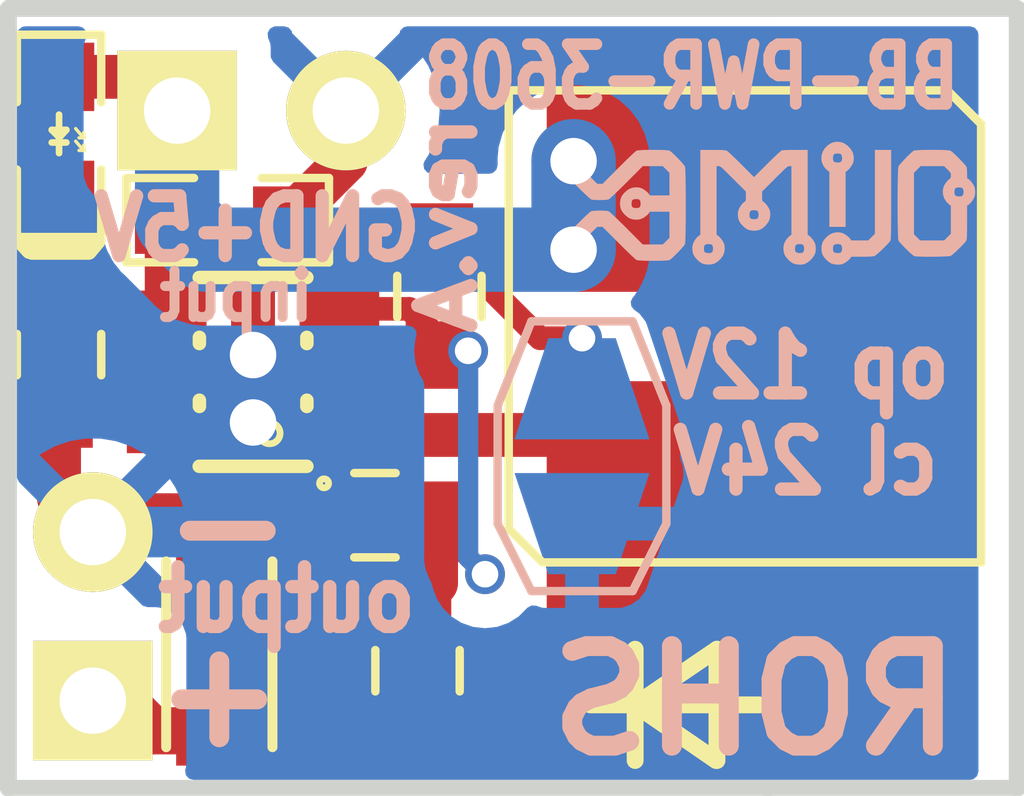
<source format=kicad_pcb>
(kicad_pcb (version 20221018) (generator pcbnew)
  (layers (0 "F.Cu" signal) (31 "B.Cu" signal) (34 "B.Paste" user) (35 "F.Paste" user) (36 "B.SilkS" user "B.Silkscreen") (37 "F.SilkS" user "F.Silkscreen") (38 "B.Mask" user) (39 "F.Mask" user) (44 "Edge.Cuts" user))
  (net 0 "")
  (net 1 "Net-(C1-Pad1)")
  (net 2 "GND")
  (net 3 "Net-(D1-Pad1)")
  (net 4 "Net-(C3-Pad1)")
  (net 5 "Net-(D2-Pad2)")
  (net 6 "Net-(JP1-Pad1)")
  (net 7 "Net-(R1-Pad2)")
  (net 8 "Net-(U1-Pad6)")
  (footprint "kicad_wrk:C_0603" (layer "F.Cu") (at 27.813 27.94)
    (fp_text reference "C1" hide)
    (fp_text value "22uF/6.3V" hide)
    (fp_line (start -1.524 -0.635) (end -1.524 0.635) (stroke (width 0.127)) (layer "F.SilkS"))
    (fp_line (start -1.524 -0.635) (end -0.508 -0.635) (stroke (width 0.127)) (layer "F.SilkS"))
    (fp_line (start -1.524 0.635) (end -0.508 0.635) (stroke (width 0.127)) (layer "F.SilkS"))
    (fp_line (start 0.508 -0.635) (end 1.524 -0.635) (stroke (width 0.127)) (layer "F.SilkS"))
    (fp_line (start 1.524 -0.635) (end 1.524 0.635) (stroke (width 0.127)) (layer "F.SilkS"))
    (fp_line (start 1.524 0.635) (end 0.508 0.635) (stroke (width 0.127)) (layer "F.SilkS"))
    (pad "1" smd rect (at -0.889 0) (size 1.016 1.016) (layers "F.Cu" "F.Paste" "F.Mask") (net 1 "Net-(C1-Pad1)"))
    (pad "2" smd rect (at 0.889 0) (size 1.016 1.016) (layers "F.Cu" "F.Paste" "F.Mask") (net 2 "GND"))
  )
  (footprint "OLIMEX_RLC-FP:R_0805" (layer "F.Cu") (at 27.686 34.4805 180)
    (fp_text reference "C3" hide)
    (fp_text value "22uF/50V" hide)
    (fp_line (start -0.8 -1.4) (end -0.8 1.4) (stroke (width 0.15)) (layer "F.SilkS"))
    (fp_line (start 0.8 -1.4) (end 0.8 1.4) (stroke (width 0.15)) (layer "F.SilkS"))
    (pad "1" smd rect (at 0 -1.1525 180) (size 1.3 1.05) (layers "F.Cu" "F.Paste" "F.Mask") (net 4 "Net-(C3-Pad1)"))
    (pad "2" smd rect (at 0 1.1525 180) (size 1.3 1.05) (layers "F.Cu" "F.Paste" "F.Mask") (net 2 "GND"))
  )
  (footprint "OLIMEX_Jumpers-FP:HN1x2_Jumper" (layer "F.Cu") (at 28.321 26.289)
    (fp_text reference "P1" hide)
    (fp_text value "HN1x2" hide)
    (pad "1" thru_hole rect (at -1.27 0 90) (size 1.8 1.8) (drill 1) (layers "*.Cu" "*.Mask" "F.SilkS") (net 1 "Net-(C1-Pad1)"))
    (pad "2" thru_hole circle (at 1.27 0 90) (size 1.8 1.8) (drill 1) (layers "*.Cu" "*.Mask" "F.SilkS") (net 2 "GND"))
  )
  (footprint "OLIMEX_Jumpers-FP:HN1x2_Jumper" (layer "F.Cu") (at 25.781 33.909 90)
    (fp_text reference "P2" hide)
    (fp_text value "HN1x2" hide)
    (pad "1" thru_hole rect (at -1.27 0 180) (size 1.8 1.8) (drill 1) (layers "*.Cu" "*.Mask" "F.SilkS") (net 4 "Net-(C3-Pad1)"))
    (pad "2" thru_hole circle (at 1.27 0 180) (size 1.8 1.8) (drill 1) (layers "*.Cu" "*.Mask" "F.SilkS") (net 2 "GND"))
  )
  (footprint "OLIMEX_RLC-FP:R_0603_DWS" (layer "F.Cu") (at 30.6705 34.7345 90)
    (fp_text reference "R1" hide)
    (fp_text value "39K 1%" hide)
    (fp_line (start -0.3048 -0.635) (end 0.3175 -0.635) (stroke (width 0.127)) (layer "F.SilkS"))
    (fp_line (start -0.3048 0.635) (end 0.3175 0.635) (stroke (width 0.127)) (layer "F.SilkS"))
    (pad "1" smd rect (at -0.889 0 90) (size 1.016 1.016) (layers "F.Cu" "F.Paste" "F.Mask") (net 4 "Net-(C3-Pad1)") (clearance 0.0508))
    (pad "2" smd rect (at 0.889 0 90) (size 1.016 1.016) (layers "F.Cu" "F.Paste" "F.Mask") (net 7 "Net-(R1-Pad2)") (clearance 0.0508))
  )
  (footprint "OLIMEX_RLC-FP:R_0603_DWS" (layer "F.Cu") (at 30.0355 32.385 180)
    (fp_text reference "R2" hide)
    (fp_text value "1.05K 1%" hide)
    (fp_line (start -0.3048 -0.635) (end 0.3175 -0.635) (stroke (width 0.127)) (layer "F.SilkS"))
    (fp_line (start -0.3048 0.635) (end 0.3175 0.635) (stroke (width 0.127)) (layer "F.SilkS"))
    (pad "1" smd rect (at -0.889 0 180) (size 1.016 1.016) (layers "F.Cu" "F.Paste" "F.Mask") (net 7 "Net-(R1-Pad2)") (clearance 0.0508))
    (pad "2" smd rect (at 0.889 0 180) (size 1.016 1.016) (layers "F.Cu" "F.Paste" "F.Mask") (net 2 "GND") (clearance 0.0508))
  )
  (footprint "OLIMEX_LEDs-FP:LED_0603_KA" (layer "F.Cu") (at 25.273 26.67 -90)
    (fp_text reference "D1" hide)
    (fp_text value "LED_RED_0603" hide)
    (fp_line (start -1.524 -0.635) (end -1.524 0.635) (stroke (width 0.127)) (layer "F.SilkS"))
    (fp_line (start -1.524 -0.635) (end -0.508 -0.635) (stroke (width 0.127)) (layer "F.SilkS"))
    (fp_line (start -1.524 0.635) (end -0.508 0.635) (stroke (width 0.127)) (layer "F.SilkS"))
    (fp_line (start -0.32 0) (end 0.26 0) (stroke (width 0.1)) (layer "F.SilkS"))
    (fp_line (start -0.11 -0.25) (end 0.02 -0.36) (stroke (width 0.05)) (layer "F.SilkS"))
    (fp_line (start -0.09 -0.11) (end -0.09 0.11) (stroke (width 0.1)) (layer "F.SilkS"))
    (fp_line (start -0.09 -0.11) (end 0.02 -0.01) (stroke (width 0.1)) (layer "F.SilkS"))
    (fp_line (start -0.09 0.11) (end 0.01 0.01) (stroke (width 0.1)) (layer "F.SilkS"))
    (fp_line (start 0.03 -0.38) (end -0.05 -0.37) (stroke (width 0.05)) (layer "F.SilkS"))
    (fp_line (start 0.03 -0.38) (end 0.03 -0.3) (stroke (width 0.05)) (layer "F.SilkS"))
    (fp_line (start 0.08 -0.25) (end 0.21 -0.36) (stroke (width 0.05)) (layer "F.SilkS"))
    (fp_line (start 0.1 -0.11) (end 0.1 0.11) (stroke (width 0.1)) (layer "F.SilkS"))
    (fp_line (start 0.22 -0.38) (end 0.14 -0.37) (stroke (width 0.05)) (layer "F.SilkS"))
    (fp_line (start 0.22 -0.38) (end 0.22 -0.3) (stroke (width 0.05)) (layer "F.SilkS"))
    (fp_line (start 0.508 -0.635) (end 1.524 -0.635) (stroke (width 0.127)) (layer "F.SilkS"))
    (fp_line (start 1.524 -0.635) (end 1.524 0.635) (stroke (width 0.127)) (layer "F.SilkS"))
    (fp_line (start 1.524 0.635) (end 0.508 0.635) (stroke (width 0.127)) (layer "F.SilkS"))
    (fp_line (start 1.5875 -0.5715) (end 1.7399 -0.4445) (stroke (width 0.254)) (layer "F.SilkS"))
    (fp_line (start 1.5875 0.5715) (end 1.7272 0.4445) (stroke (width 0.254)) (layer "F.SilkS"))
    (fp_line (start 1.6129 -0.4445) (end 1.6129 0.3556) (stroke (width 0.254)) (layer "F.SilkS"))
    (fp_line (start 1.7399 -0.4191) (end 1.7399 0.4064) (stroke (width 0.254)) (layer "F.SilkS"))
    (pad "1" smd rect (at 0.889 0 270) (size 1.03 1.06) (layers "F.Cu" "F.Paste" "F.Mask") (net 3 "Net-(D1-Pad1)"))
    (pad "2" smd rect (at -0.889 0 270) (size 1.03 1.06) (layers "F.Cu" "F.Paste" "F.Mask") (net 1 "Net-(C1-Pad1)"))
  )
  (footprint "OLIMEX_RLC-FP:R_0603_DWS" (layer "F.Cu") (at 25.273 29.972 90)
    (fp_text reference "R3" hide)
    (fp_text value "2.2K" hide)
    (fp_line (start -0.3048 -0.635) (end 0.3175 -0.635) (stroke (width 0.127)) (layer "F.SilkS"))
    (fp_line (start -0.3048 0.635) (end 0.3175 0.635) (stroke (width 0.127)) (layer "F.SilkS"))
    (pad "1" smd rect (at -0.889 0 90) (size 1.016 1.016) (layers "F.Cu" "F.Paste" "F.Mask") (net 2 "GND") (clearance 0.0508))
    (pad "2" smd rect (at 0.889 0 90) (size 1.016 1.016) (layers "F.Cu" "F.Paste" "F.Mask") (net 3 "Net-(D1-Pad1)") (clearance 0.0508))
  )
  (footprint "OLIMEX_Other-FP:via_09_07" (layer "F.Cu") (at 33.02 27.051 180)
    (fp_text reference "Ref**" hide)
    (fp_text value "Val**" hide)
    (pad "0" thru_hole circle (at 0 0 180) (size 0.8382 0.8382) (drill 0.7) (layers "*.Cu") (net 1 "Net-(C1-Pad1)"))
  )
  (footprint "OLIMEX_Other-FP:via_09_07" (layer "F.Cu") (at 33.02 28.321 180)
    (fp_text reference "Ref**" hide)
    (fp_text value "Val**" hide)
    (pad "0" thru_hole circle (at 0 -0.0635 180) (size 0.9 0.9) (drill 0.7) (layers "*.Cu") (net 1 "Net-(C1-Pad1)"))
  )
  (footprint "OLIMEX_Diodes-FP:SOD106-R-KA" (layer "F.Cu") (at 34.544 35.2425 180)
    (fp_text reference "D2" hide)
    (fp_text value "1N5819/SS14" hide)
    (fp_line (start -1.27 0) (end 1.27 0) (stroke (width 0.254)) (layer "F.SilkS"))
    (fp_line (start -0.635 -0.8382) (end -0.635 0.8382) (stroke (width 0.254)) (layer "F.SilkS"))
    (fp_line (start -0.6223 -0.8382) (end 0.5969 0) (stroke (width 0.254)) (layer "F.SilkS"))
    (fp_line (start 0.5969 -0.8382) (end 0.5969 0.8382) (stroke (width 0.254)) (layer "F.SilkS"))
    (fp_line (start 0.5969 0) (end -0.635 0.8382) (stroke (width 0.254)) (layer "F.SilkS"))
    (pad "1" smd rect (at 2.25 0.01016 180) (size 1.6 2.1) (layers "F.Cu" "F.Paste" "F.Mask") (net 4 "Net-(C3-Pad1)") (clearance 0.0508))
    (pad "2" smd rect (at -2.25 0.01524 180) (size 1.6 2.1) (layers "F.Cu" "F.Paste" "F.Mask") (net 5 "Net-(D2-Pad2)") (clearance 0.0508))
  )
  (footprint "OLIMEX_RLC-FP:SD75" (layer "F.Cu") (at 35.6 29.5402)
    (fp_text reference "L1" hide)
    (fp_text value "CL22uH/SD75")
    (fp_line (start -3.556 -3.556) (end -3.556 3.048) (stroke (width 0.127)) (layer "F.SilkS"))
    (fp_line (start -3.556 3.048) (end -3.048 3.556) (stroke (width 0.127)) (layer "F.SilkS"))
    (fp_line (start -3.048 3.556) (end 3.556 3.556) (stroke (width 0.127)) (layer "F.SilkS"))
    (fp_line (start 3.048 -3.556) (end -3.556 -3.556) (stroke (width 0.127)) (layer "F.SilkS"))
    (fp_line (start 3.556 -3.048) (end 3.048 -3.556) (stroke (width 0.127)) (layer "F.SilkS"))
    (fp_line (start 3.556 3.556) (end 3.556 -3.048) (stroke (width 0.127)) (layer "F.SilkS"))
    (pad "1" smd rect (at 0 -2.54) (size 5.969 3.556) (layers "F.Cu" "F.Paste" "F.Mask") (net 1 "Net-(C1-Pad1)"))
    (pad "2" smd rect (at 0 2.54) (size 5.969 3.429) (layers "F.Cu" "F.Paste" "F.Mask") (net 5 "Net-(D2-Pad2)"))
  )
  (footprint "OLIMEX_RLC-FP:R_0603_DWS" (layer "F.Cu") (at 31 29.083 -90)
    (fp_text reference "R4" hide)
    (fp_text value "1K 1%" hide)
    (fp_line (start -0.3048 -0.635) (end 0.3175 -0.635) (stroke (width 0.127)) (layer "F.SilkS"))
    (fp_line (start -0.3048 0.635) (end 0.3175 0.635) (stroke (width 0.127)) (layer "F.SilkS"))
    (pad "1" smd rect (at -0.889 0 270) (size 1.016 1.016) (layers "F.Cu" "F.Paste" "F.Mask") (net 6 "Net-(JP1-Pad1)") (clearance 0.0508))
    (pad "2" smd rect (at 0.889 0 270) (size 1.016 1.016) (layers "F.Cu" "F.Paste" "F.Mask") (net 7 "Net-(R1-Pad2)") (clearance 0.0508))
  )
  (footprint "OLIMEX_IC-FP:SOT23-6" (layer "F.Cu") (at 28.194 30.226)
    (fp_text reference "U1" hide)
    (fp_text value "MT3608" hide)
    (fp_line (start -0.81026 -1.4224) (end 0.81026 -1.4224) (stroke (width 0.2032)) (layer "F.SilkS"))
    (fp_line (start -0.80772 -0.5207) (end -0.80772 -0.42672) (stroke (width 0.2032)) (layer "F.SilkS"))
    (fp_line (start -0.80772 0.42672) (end -0.80772 0.5207) (stroke (width 0.2032)) (layer "F.SilkS"))
    (fp_line (start 0.81026 -0.5207) (end 0.81026 -0.42672) (stroke (width 0.2032)) (layer "F.SilkS"))
    (fp_line (start 0.81026 0.42672) (end 0.81026 0.5207) (stroke (width 0.2032)) (layer "F.SilkS"))
    (fp_line (start 0.81026 1.4224) (end -0.81026 1.4224) (stroke (width 0.2032)) (layer "F.SilkS"))
    (fp_circle (center 0.24892 0.92456) (end 0.36068 1.03632) (stroke (width 0.1016)) (fill none) (layer "F.SilkS"))
    (fp_circle (center 1.06934 1.67894) (end 1.1176 1.7272) (stroke (width 0.1016)) (fill none) (layer "F.SilkS"))
    (pad "1" smd rect (at 1.3 0.95 90) (size 0.55 1.2) (layers "F.Cu" "F.Paste" "F.Mask") (net 5 "Net-(D2-Pad2)") (clearance 0.0508))
    (pad "2" smd rect (at 1.3 0 90) (size 0.55 1.2) (layers "F.Cu" "F.Paste" "F.Mask") (net 2 "GND") (clearance 0.0508))
    (pad "3" smd rect (at 1.3 -0.95 90) (size 0.55 1.2) (layers "F.Cu" "F.Paste" "F.Mask") (net 7 "Net-(R1-Pad2)") (clearance 0.0508))
    (pad "4" smd rect (at -1.3 -0.95 90) (size 0.55 1.2) (layers "F.Cu" "F.Paste" "F.Mask") (net 1 "Net-(C1-Pad1)") (clearance 0.0508))
    (pad "5" smd rect (at -1.3 0 90) (size 0.55 1.2) (layers "F.Cu" "F.Paste" "F.Mask") (net 1 "Net-(C1-Pad1)") (clearance 0.0508))
    (pad "6" smd rect (at -1.3 0.95 90) (size 0.55 1.2) (layers "F.Cu" "F.Paste" "F.Mask") (net 8 "Net-(U1-Pad6)") (clearance 0.0508))
  )
  (footprint "OLIMEX_Other-FP:via_09_07" (layer "F.Cu") (at 28.194 29.972)
    (fp_text reference "Ref**" hide)
    (fp_text value "Val**" hide)
    (pad "0" thru_hole circle (at 0 0) (size 0.9 0.9) (drill 0.7) (layers "*.Cu") (net 2 "GND"))
  )
  (footprint "OLIMEX_Other-FP:via_09_07" (layer "F.Cu") (at 28.194 30.988)
    (fp_text reference "Ref**" hide)
    (fp_text value "Val**" hide)
    (pad "0" thru_hole circle (at 0 0) (size 0.9 0.9) (drill 0.7) (layers "*.Cu") (net 2 "GND"))
  )
  (footprint "OLIMEX_LOGOs-FP:LOGO_OLIMEX_80" (layer "B.Cu") (at 35.8775 27.686 180)
    (fp_text reference "" hide)
    (fp_text value "" hide)
    (fp_poly (pts (xy -0.877027 0.677084) (xy -0.884353 0.623998) (xy -0.90512 0.572934) (xy -0.923467 0.545138) (xy -0.943238 0.522204) (xy -0.964684 0.501389) (xy -0.972909 0.494705) (xy -0.9978 0.47625) (xy -0.99801 0.062865) (xy -0.99822 -0.35052) (xy -1.04394 -0.35052) (xy -1.04394 0.68199) (xy -1.047007 0.716185) (xy -1.057575 0.738242) (xy -1.077698 0.750257) (xy -1.109429 0.754325) (xy -1.114874 0.75438) (xy -1.140529 0.752605) (xy -1.161358 0.748072) (xy -1.168632 0.744651) (xy -1.181853 0.726655) (xy -1.188833 0.700109) (xy -1.189563 0.670333) (xy -1.184032 0.64265) (xy -1.172232 0.622383) (xy -1.168862 0.619497) (xy -1.148757 0.611714) (xy -1.121251 0.609164) (xy -1.09248 0.611551) (xy -1.06858 0.618574) (xy -1.05918 0.62484) (xy -1.049325 0.639524) (xy -1.044725 0.660981) (xy -1.04394 0.68199) (xy -1.04394 -0.35052) (xy -1.11633 -0.35052) (xy -1.23444 -0.35052) (xy -1.234462 0.062865) (xy -1.234484 0.47625) (xy -1.257799 0.49149) (xy -1.280587 0.511148) (xy -1.305268 0.539897) (xy -1.32799 0.572712) (xy -1.344904 0.604568) (xy -1.345451 0.605862) (xy -1.355908 0.647135) (xy -1.357114 0.694301) (xy -1.34936 0.741375) (xy -1.337265 0.774204) (xy -1.306381 0.82234) (xy -1.264933 0.865293) (xy -1.217559 0.898391) (xy -1.210243 0.902209) (xy -1.160723 0.918858) (xy -1.107247 0.923004) (xy -1.054573 0.914645) (xy -1.022417 0.902209) (xy -0.970933 0.869287) (xy -0.930093 0.828295) (xy -0.900456 0.781252) (xy -0.882581 0.730175) (xy -0.877027 0.677084)) (stroke (width 0.009)) (fill solid) (layer "B.SilkS"))
    (fp_poly (pts (xy -0.879158 -0.672094) (xy -0.881346 -0.720273) (xy -0.891306 -0.763558) (xy -0.897255 -0.777742) (xy -0.920793 -0.814381) (xy -0.953539 -0.850932) (xy -0.99044 -0.88235) (xy -1.020578 -0.9009) (xy -1.04394 -0.90874) (xy -1.04394 -0.68199) (xy -1.047007 -0.647795) (xy -1.057575 -0.625738) (xy -1.077698 -0.613723) (xy -1.109429 -0.609655) (xy -1.114874 -0.6096) (xy -1.140529 -0.611375) (xy -1.161358 -0.615908) (xy -1.168632 -0.619329) (xy -1.181853 -0.637325) (xy -1.188833 -0.663871) (xy -1.189563 -0.693647) (xy -1.184032 -0.72133) (xy -1.172232 -0.741597) (xy -1.168862 -0.744483) (xy -1.148757 -0.752266) (xy -1.121251 -0.754816) (xy -1.09248 -0.752429) (xy -1.06858 -0.745406) (xy -1.05918 -0.73914) (xy -1.049325 -0.724456) (xy -1.044725 -0.702999) (xy -1.04394 -0.68199) (xy -1.04394 -0.90874) (xy -1.056554 -0.912973) (xy -1.099649 -0.919359) (xy -1.143567 -0.9197) (xy -1.18201 -0.913637) (xy -1.19127 -0.910617) (xy -1.222768 -0.895013) (xy -1.255897 -0.872825) (xy -1.28544 -0.847987) (xy -1.306183 -0.824432) (xy -1.30683 -0.823459) (xy -1.32207 -0.800144) (xy -1.48424 -0.800122) (xy -1.543508 -0.799844) (xy -1.589414 -0.798956) (xy -1.623824 -0.797349) (xy -1.648609 -0.794914) (xy -1.665637 -0.791544) (xy -1.672555 -0.789176) (xy -1.687884 -0.77954) (xy -1.711138 -0.760971) (xy -1.740051 -0.73567) (xy -1.772357 -0.70584) (xy -1.805792 -0.673686) (xy -1.83809 -0.641409) (xy -1.866985 -0.611213) (xy -1.890212 -0.5853) (xy -1.905505 -0.565874) (xy -1.909864 -0.55841) (xy -1.911727 -0.551664) (xy -1.913363 -0.540195) (xy -1.914787 -0.523117) (xy -1.916012 -0.499543) (xy -1.917049 -0.468586) (xy -1.917914 -0.429358) (xy -1.918619 -0.380974) (xy -1.919178 -0.322546) (xy -1.919603 -0.253186) (xy -1.919909 -0.172009) (xy -1.920108 -0.078128) (xy -1.920213 0.029346) (xy -1.92024 0.133105) (xy -1.92024 0.8001) (xy -1.80213 0.8001) (xy -1.68402 0.8001) (xy -1.68402 0.169341) (xy -1.68402 -0.461419) (xy -1.632394 -0.512649) (xy -1.580768 -0.56388) (xy -1.451419 -0.563858) (xy -1.32207 -0.563836) (xy -1.30683 -0.540521) (xy -1.287434 -0.518018) (xy -1.259043 -0.493525) (xy -1.226719 -0.470942) (xy -1.195523 -0.454166) (xy -1.193597 -0.453345) (xy -1.154747 -0.44349) (xy -1.109329 -0.441731) (xy -1.063493 -0.447766) (xy -1.023389 -0.461292) (xy -1.022417 -0.461771) (xy -0.977989 -0.490317) (xy -0.937499 -0.528143) (xy -0.905754 -0.570504) (xy -0.898008 -0.584683) (xy -0.88472 -0.624928) (xy -0.879158 -0.672094)) (stroke (width 0.009)) (fill solid) (layer "B.SilkS"))
    (fp_poly (pts (xy -2.025681 -0.010469) (xy -2.025804 -0.091315) (xy -2.026172 -0.170484) (xy -2.026785 -0.246439) (xy -2.027644 -0.317645) (xy -2.028749 -0.382565) (xy -2.0301 -0.439665) (xy -2.031699 -0.487407) (xy -2.033545 -0.524258) (xy -2.035639 -0.54868) (xy -2.037564 -0.55841) (xy -2.046923 -0.572554) (xy -2.065292 -0.594533) (xy -2.090489 -0.622183) (xy -2.120328 -0.653335) (xy -2.152626 -0.685824) (xy -2.185198 -0.717484) (xy -2.215862 -0.746148) (xy -2.242432 -0.76965) (xy -2.262726 -0.785824) (xy -2.26314 -0.786073) (xy -2.26314 -0.46907) (xy -2.26314 -0.004221) (xy -2.26314 0.460628) (xy -2.314371 0.512254) (xy -2.365601 0.56388) (xy -2.544684 0.56388) (xy -2.723768 0.56388) (xy -2.775394 0.512649) (xy -2.799286 0.488642) (xy -2.814364 0.471679) (xy -2.822656 0.458094) (xy -2.826188 0.44422) (xy -2.826988 0.426391) (xy -2.826998 0.419304) (xy -2.826183 0.394307) (xy -2.822334 0.379224) (xy -2.813293 0.368757) (xy -2.803661 0.36195) (xy -2.778993 0.340557) (xy -2.753557 0.309955) (xy -2.731257 0.275439) (xy -2.71648 0.243698) (xy -2.7056 0.190908) (xy -2.708404 0.136674) (xy -2.723955 0.083848) (xy -2.751316 0.035283) (xy -2.789551 -0.006166) (xy -2.801709 -0.015835) (xy -2.8266 -0.03429) (xy -2.82681 -0.247459) (xy -2.82702 -0.460627) (xy -2.775789 -0.512254) (xy -2.724559 -0.56388) (xy -2.541679 -0.56388) (xy -2.3588 -0.56388) (xy -2.31097 -0.516475) (xy -2.26314 -0.46907) (xy -2.26314 -0.786073) (xy -2.273161 -0.792102) (xy -2.28819 -0.794766) (xy -2.316033 -0.796904) (xy -2.354405 -0.798531) (xy -2.401022 -0.79966) (xy -2.4536 -0.800304) (xy -2.509856 -0.800478) (xy -2.567503 -0.800195) (xy -2.62426 -0.79947) (xy -2.67784 -0.798314) (xy -2.725961 -0.796743) (xy -2.766337 -0.79477) (xy -2.796686 -0.792409) (xy -2.814721 -0.789672) (xy -2.817252 -0.788842) (xy -2.832298 -0.779161) (xy -2.85525 -0.760578) (xy -2.87274 -0.745121) (xy -2.87274 0.17145) (xy -2.875807 0.205645) (xy -2.886375 0.227702) (xy -2.906498 0.239717) (xy -2.938229 0.243785) (xy -2.943674 0.24384) (xy -2.969329 0.242065) (xy -2.990158 0.237532) (xy -2.997432 0.234111) (xy -3.010653 0.216115) (xy -3.017633 0.189569) (xy -3.018363 0.159793) (xy -3.012832 0.13211) (xy -3.001032 0.111843) (xy -2.997662 0.108957) (xy -2.977557 0.101174) (xy -2.950051 0.098624) (xy -2.92128 0.101011) (xy -2.89738 0.108034) (xy -2.88798 0.1143) (xy -2.878125 0.128984) (xy -2.873525 0.150441) (xy -2.87274 0.17145) (xy -2.87274 -0.745121) (xy -2.883858 -0.735295) (xy -2.915873 -0.705509) (xy -2.949047 -0.673423) (xy -2.981128 -0.641234) (xy -3.009869 -0.611144) (xy -3.03302 -0.585352) (xy -3.048331 -0.566058) (xy -3.052864 -0.55841) (xy -3.055891 -0.547799) (xy -3.058313 -0.530833) (xy -3.060185 -0.506081) (xy -3.061561 -0.472113) (xy -3.062495 -0.427498) (xy -3.063042 -0.370806) (xy -3.063254 -0.300605) (xy -3.063262 -0.28409) (xy -3.063284 -0.03429) (xy -3.086599 -0.01905) (xy -3.109387 0.000608) (xy -3.134068 0.029357) (xy -3.15679 0.062172) (xy -3.173704 0.094028) (xy -3.174251 0.095322) (xy -3.182502 0.127227) (xy -3.185645 0.166704) (xy -3.183683 0.206965) (xy -3.176614 0.241225) (xy -3.174251 0.247578) (xy -3.15768 0.279277) (xy -3.135131 0.312155) (xy -3.110456 0.341187) (xy -3.087504 0.361348) (xy -3.086599 0.36195) (xy -3.063284 0.37719) (xy -3.063262 0.450989) (xy -3.062435 0.485581) (xy -3.060239 0.516613) (xy -3.057065 0.539411) (xy -3.055244 0.546239) (xy -3.046782 0.559575) (xy -3.029189 0.581051) (xy -3.004585 0.608527) (xy -2.975092 0.639868) (xy -2.942832 0.672933) (xy -2.909924 0.705586) (xy -2.878492 0.735688) (xy -2.850656 0.761101) (xy -2.828538 0.779687) (xy -2.814258 0.789308) (xy -2.81393 0.789455) (xy -2.798663 0.792683) (xy -2.77048 0.795387) (xy -2.731695 0.797566) (xy -2.684623 0.799218) (xy -2.631579 0.800344) (xy -2.574877 0.800941) (xy -2.516833 0.801009) (xy -2.45976 0.800546) (xy -2.405974 0.799552) (xy -2.35779 0.798024) (xy -2.317521 0.795962) (xy -2.287483 0.793365) (xy -2.269991 0.790232) (xy -2.26861 0.789724) (xy -2.253989 0.780108) (xy -2.231595 0.761237) (xy -2.203632 0.735376) (xy -2.172302 0.704789) (xy -2.139808 0.671743) (xy -2.108354 0.638502) (xy -2.080142 0.607333) (xy -2.057375 0.580501) (xy -2.042257 0.560271) (xy -2.037844 0.552415) (xy -2.035538 0.539256) (xy -2.033473 0.512417) (xy -2.03165 0.473435) (xy -2.030069 0.423844) (xy -2.028729 0.365181) (xy -2.027633 0.298981) (xy -2.026779 0.226781) (xy -2.026169 0.150115) (xy -2.025803 0.07052) (xy -2.025681 -0.010469)) (stroke (width 0.009)) (fill solid) (layer "B.SilkS"))
    (fp_poly (pts (xy 1.065057 -0.657021) (xy 1.064454 -0.705796) (xy 1.05517 -0.752946) (xy 1.045576 -0.777742) (xy 1.022415 -0.814127) (xy 0.989912 -0.850594) (xy 0.953084 -0.882112) (xy 0.922522 -0.901065) (xy 0.89916 -0.908681) (xy 0.89916 -0.68199) (xy 0.896093 -0.647795) (xy 0.885525 -0.625738) (xy 0.865402 -0.613723) (xy 0.833671 -0.609655) (xy 0.828226 -0.6096) (xy 0.802571 -0.611375) (xy 0.781742 -0.615908) (xy 0.774468 -0.619329) (xy 0.761247 -0.637325) (xy 0.754267 -0.663871) (xy 0.753537 -0.693647) (xy 0.759068 -0.72133) (xy 0.770868 -0.741597) (xy 0.774238 -0.744483) (xy 0.794343 -0.752266) (xy 0.821849 -0.754816) (xy 0.85062 -0.752429) (xy 0.87452 -0.745406) (xy 0.88392 -0.73914) (xy 0.893775 -0.724456) (xy 0.898375 -0.702999) (xy 0.89916 -0.68199) (xy 0.89916 -0.908681) (xy 0.882719 -0.914041) (xy 0.835735 -0.919235) (xy 0.787475 -0.916672) (xy 0.74385 -0.906373) (xy 0.729463 -0.900312) (xy 0.686301 -0.872247) (xy 0.646304 -0.833753) (xy 0.614119 -0.78957) (xy 0.605835 -0.774204) (xy 0.591288 -0.731365) (xy 0.585474 -0.683759) (xy 0.588683 -0.637372) (xy 0.597649 -0.605862) (xy 0.61422 -0.574163) (xy 0.636769 -0.541285) (xy 0.661444 -0.512253) (xy 0.684396 -0.492092) (xy 0.685301 -0.49149) (xy 0.708616 -0.47625) (xy 0.708638 0.043815) (xy 0.70866 0.56388) (xy 0.676219 0.56388) (xy 0.667486 0.563673) (xy 0.659286 0.562356) (xy 0.650402 0.558888) (xy 0.639618 0.552225) (xy 0.625714 0.541327) (xy 0.607476 0.52515) (xy 0.583683 0.502653) (xy 0.553121 0.472792) (xy 0.514571 0.434527) (xy 0.466816 0.386814) (xy 0.451429 0.37142) (xy 0.25908 0.17896) (xy 0.259102 0.106625) (xy 0.259267 0.073001) (xy 0.260354 0.051158) (xy 0.263283 0.037639) (xy 0.268977 0.028985) (xy 0.278356 0.021737) (xy 0.282439 0.01905) (xy 0.307862 -0.003062) (xy 0.333698 -0.034597) (xy 0.356162 -0.070331) (xy 0.370732 -0.10282) (xy 0.379257 -0.146481) (xy 0.378654 -0.195256) (xy 0.36937 -0.242406) (xy 0.359776 -0.267202) (xy 0.336615 -0.303587) (xy 0.304112 -0.340053) (xy 0.267284 -0.371572) (xy 0.236722 -0.390524) (xy 0.21336 -0.398141) (xy 0.21336 -0.17145) (xy 0.210293 -0.137255) (xy 0.199725 -0.115198) (xy 0.179602 -0.103183) (xy 0.147871 -0.099115) (xy 0.142426 -0.09906) (xy 0.116771 -0.100835) (xy 0.095942 -0.105368) (xy 0.088668 -0.108789) (xy 0.075447 -0.126785) (xy 0.068467 -0.153331) (xy 0.067737 -0.183107) (xy 0.073268 -0.21079) (xy 0.085068 -0.231057) (xy 0.088438 -0.233943) (xy 0.108543 -0.241726) (xy 0.136049 -0.244276) (xy 0.16482 -0.241889) (xy 0.18872 -0.234866) (xy 0.19812 -0.2286) (xy 0.207975 -0.213916) (xy 0.212575 -0.192459) (xy 0.21336 -0.17145) (xy 0.21336 -0.398141) (xy 0.196919 -0.403501) (xy 0.149935 -0.408695) (xy 0.101675 -0.406132) (xy 0.05805 -0.395833) (xy 0.043664 -0.389772) (xy 0.000501 -0.361707) (xy -0.039496 -0.323213) (xy -0.071681 -0.27903) (xy -0.079965 -0.263664) (xy -0.094512 -0.220825) (xy -0.100326 -0.173219) (xy -0.097117 -0.126832) (xy -0.088151 -0.095322) (xy -0.07158 -0.063623) (xy -0.049031 -0.030745) (xy -0.024356 -0.001713) (xy -0.001404 0.018448) (xy -0.000499 0.01905) (xy 0.010306 0.026595) (xy 0.01712 0.0344) (xy 0.020864 0.045922) (xy 0.02246 0.064621) (xy 0.022828 0.093954) (xy 0.022838 0.106625) (xy 0.02286 0.17896) (xy -0.169489 0.37142) (xy -0.220076 0.422001) (xy -0.261113 0.46284) (xy -0.293817 0.494978) (xy -0.319406 0.519457) (xy -0.339096 0.537321) (xy -0.354105 0.54961) (xy -0.36565 0.557368) (xy -0.374949 0.561636) (xy -0.383219 0.563457) (xy -0.391677 0.563873) (xy -0.394279 0.56388) (xy -0.42672 0.56388) (xy -0.426698 0.043815) (xy -0.426676 -0.47625) (xy -0.403361 -0.49149) (xy -0.377938 -0.513602) (xy -0.352102 -0.545137) (xy -0.329638 -0.580871) (xy -0.315068 -0.61336) (xy -0.306543 -0.657021) (xy -0.307146 -0.705796) (xy -0.31643 -0.752946) (xy -0.326024 -0.777742) (xy -0.349244 -0.814213) (xy -0.381795 -0.850694) (xy -0.418633 -0.882136) (xy -0.449078 -0.9009) (xy -0.47244 -0.908751) (xy -0.47244 -0.68199) (xy -0.475507 -0.647795) (xy -0.486075 -0.625738) (xy -0.506198 -0.613723) (xy -0.537929 -0.609655) (xy -0.543374 -0.6096) (xy -0.569029 -0.611375) (xy -0.589858 -0.615908) (xy -0.597132 -0.619329) (xy -0.610353 -0.637325) (xy -0.617333 -0.663871) (xy -0.618063 -0.693647) (xy -0.612532 -0.72133) (xy -0.600732 -0.741597) (xy -0.597362 -0.744483) (xy -0.577257 -0.752266) (xy -0.549751 -0.754816) (xy -0.52098 -0.752429) (xy -0.49708 -0.745406) (xy -0.48768 -0.73914) (xy -0.477825 -0.724456) (xy -0.473225 -0.702999) (xy -0.47244 -0.68199) (xy -0.47244 -0.908751) (xy -0.484708 -0.912874) (xy -0.527464 -0.91929) (xy -0.571083 -0.919784) (xy -0.609303 -0.913993) (xy -0.619326 -0.91077) (xy -0.669193 -0.884326) (xy -0.714551 -0.846044) (xy -0.752 -0.799288) (xy -0.774177 -0.757577) (xy -0.782269 -0.726138) (xy -0.785352 -0.687049) (xy -0.783436 -0.647051) (xy -0.776532 -0.612885) (xy -0.773951 -0.605862) (xy -0.75738 -0.574163) (xy -0.734831 -0.541285) (xy -0.710156 -0.512253) (xy -0.687204 -0.492092) (xy -0.686299 -0.49149) (xy -0.662984 -0.47625) (xy -0.662962 0.161925) (xy -0.66294 0.8001) (xy -0.480556 0.8001) (xy -0.421749 0.79976) (xy -0.37035 0.798786) (xy -0.328202 0.797252) (xy -0.297145 0.795229) (xy -0.279021 0.792789) (xy -0.276721 0.79212) (xy -0.266527 0.785023) (xy -0.246982 0.768346) (xy -0.219439 0.743357) (xy -0.185252 0.711326) (xy -0.145776 0.673519) (xy -0.102363 0.631205) (xy -0.057096 0.586379) (xy 0.141079 0.388617) (xy 0.335335 0.583696) (xy 0.380938 0.629113) (xy 0.424097 0.671375) (xy 0.463422 0.709177) (xy 0.497523 0.741209) (xy 0.525009 0.766165) (xy 0.544491 0.782736) (xy 0.55411 0.789437) (xy 0.566272 0.79306) (xy 0.58513 0.795828) (xy 0.612393 0.797828) (xy 0.649768 0.799148) (xy 0.698961 0.799877) (xy 0.761679 0.8001) (xy 0.761755 0.8001) (xy 0.94488 0.8001) (xy 0.944902 0.161925) (xy 0.944924 -0.47625) (xy 0.968239 -0.49149) (xy 0.993662 -0.513602) (xy 1.019498 -0.545137) (xy 1.041962 -0.580871) (xy 1.056532 -0.61336) (xy 1.065057 -0.657021)) (stroke (width 0.009)) (fill solid) (layer "B.SilkS"))
    (fp_poly (pts (xy 3.182302 -0.672094) (xy 3.180114 -0.720273) (xy 3.170154 -0.763558) (xy 3.164205 -0.777742) (xy 3.140667 -0.814381) (xy 3.107921 -0.850932) (xy 3.07102 -0.88235) (xy 3.040882 -0.9009) (xy 3.01752 -0.908751) (xy 3.01752 -0.68199) (xy 3.014454 -0.647795) (xy 3.003885 -0.625738) (xy 2.983762 -0.613723) (xy 2.952031 -0.609655) (xy 2.946586 -0.6096) (xy 2.920931 -0.611375) (xy 2.900102 -0.615908) (xy 2.892828 -0.619329) (xy 2.879607 -0.637325) (xy 2.872627 -0.663871) (xy 2.871897 -0.693647) (xy 2.877428 -0.72133) (xy 2.889228 -0.741597) (xy 2.892597 -0.744483) (xy 2.912703 -0.752266) (xy 2.940209 -0.754816) (xy 2.96898 -0.752429) (xy 2.99288 -0.745406) (xy 3.00228 -0.73914) (xy 3.012135 -0.724456) (xy 3.016735 -0.702999) (xy 3.01752 -0.68199) (xy 3.01752 -0.908751) (xy 3.005252 -0.912874) (xy 2.962496 -0.91929) (xy 2.918877 -0.919784) (xy 2.880657 -0.913993) (xy 2.870634 -0.91077) (xy 2.820767 -0.884326) (xy 2.775409 -0.846044) (xy 2.73796 -0.799288) (xy 2.715783 -0.757577) (xy 2.707614 -0.725803) (xy 2.704589 -0.686414) (xy 2.706685 -0.646131) (xy 2.713879 -0.611675) (xy 2.716314 -0.605133) (xy 2.72848 -0.576015) (xy 2.61592 -0.463267) (xy 2.503361 -0.35052) (xy 2.461311 -0.35052) (xy 2.419261 -0.35052) (xy 2.175465 -0.595123) (xy 2.124437 -0.646019) (xy 2.075963 -0.693788) (xy 2.031248 -0.737287) (xy 1.991496 -0.775369) (xy 1.957911 -0.806888) (xy 1.931696 -0.830701) (xy 1.914057 -0.84566) (xy 1.90715 -0.850393) (xy 1.891417 -0.853808) (xy 1.862922 -0.856628) (xy 1.824134 -0.858854) (xy 1.777518 -0.860484) (xy 1.725543 -0.861516) (xy 1.670675 -0.861948) (xy 1.615381 -0.86178) (xy 1.562129 -0.861009) (xy 1.513386 -0.859635) (xy 1.471618 -0.857655) (xy 1.439294 -0.855069) (xy 1.41888 -0.851874) (xy 1.41517 -0.850684) (xy 1.400549 -0.841068) (xy 1.378155 -0.822197) (xy 1.350192 -0.796336) (xy 1.318862 -0.765749) (xy 1.286368 -0.732703) (xy 1.254914 -0.699462) (xy 1.226702 -0.668293) (xy 1.203935 -0.641461) (xy 1.188817 -0.621231) (xy 1.184404 -0.613375) (xy 1.182119 -0.600253) (xy 1.18007 -0.573392) (xy 1.178257 -0.534292) (xy 1.176681 -0.484453) (xy 1.175342 -0.425374) (xy 1.174239 -0.358556) (xy 1.173373 -0.285497) (xy 1.172744 -0.207698) (xy 1.172351 -0.126658) (xy 1.172194 -0.043877) (xy 1.172275 0.039146) (xy 1.172591 0.120911) (xy 1.173145 0.199918) (xy 1.173935 0.274667) (xy 1.174961 0.34366) (xy 1.176224 0.405396) (xy 1.177724 0.458375) (xy 1.17946 0.501099) (xy 1.181433 0.532067) (xy 1.183642 0.549779) (xy 1.184404 0.552415) (xy 1.19404 0.567744) (xy 1.212609 0.590998) (xy 1.23791 0.619911) (xy 1.267739 0.652217) (xy 1.299894 0.685652) (xy 1.332171 0.71795) (xy 1.362367 0.746845) (xy 1.38828 0.770072) (xy 1.407706 0.785365) (xy 1.41517 0.789724) (xy 1.431101 0.793119) (xy 1.459757 0.795907) (xy 1.498674 0.798087) (xy 1.545382 0.799661) (xy 1.597415 0.800631) (xy 1.652307 0.800999) (xy 1.707589 0.800765) (xy 1.760794 0.799932) (xy 1.809456 0.7985) (xy 1.851107 0.796471) (xy 1.883281 0.793847) (xy 1.903509 0.790628) (xy 1.90715 0.789433) (xy 1.917514 0.781921) (xy 1.937362 0.764691) (xy 1.96549 0.738888) (xy 2.000695 0.705657) (xy 2.041772 0.666145) (xy 2.087517 0.621496) (xy 2.136727 0.572856) (xy 2.175465 0.534163) (xy 2.419261 0.28956) (xy 2.461311 0.28956) (xy 2.503361 0.28956) (xy 2.61592 0.402308) (xy 2.72848 0.515055) (xy 2.716314 0.544173) (xy 2.705577 0.586339) (xy 2.704378 0.63419) (xy 2.71244 0.681756) (xy 2.724195 0.713244) (xy 2.755079 0.76138) (xy 2.796527 0.804333) (xy 2.843901 0.837431) (xy 2.851217 0.841249) (xy 2.900737 0.857898) (xy 2.954213 0.862044) (xy 3.006887 0.853685) (xy 3.039043 0.841249) (xy 3.083471 0.812703) (xy 3.123961 0.774877) (xy 3.155706 0.732516) (xy 3.163452 0.718337) (xy 3.173498 0.694074) (xy 3.179052 0.668741) (xy 3.181201 0.636441) (xy 3.18135 0.62103) (xy 3.177866 0.571049) (xy 3.166083 0.529556) (xy 3.144006 0.491811) (xy 3.111366 0.454794) (xy 3.064104 0.416187) (xy 3.01752 0.393966) (xy 3.01752 0.62103) (xy 3.014454 0.655225) (xy 3.003885 0.677282) (xy 2.983762 0.689297) (xy 2.952031 0.693365) (xy 2.946586 0.69342) (xy 2.920931 0.691645) (xy 2.900102 0.687112) (xy 2.892828 0.683691) (xy 2.879607 0.665695) (xy 2.872627 0.639149) (xy 2.871897 0.609373) (xy 2.877428 0.58169) (xy 2.889228 0.561423) (xy 2.892597 0.558537) (xy 2.912703 0.550754) (xy 2.940209 0.548204) (xy 2.96898 0.550591) (xy 2.99288 0.557614) (xy 3.00228 0.56388) (xy 3.012135 0.578564) (xy 3.016735 0.600021) (xy 3.01752 0.62103) (xy 3.01752 0.393966) (xy 3.013808 0.392195) (xy 2.964594 0.382654) (xy 2.92227 0.379491) (xy 2.76606 0.2244) (xy 2.725079 0.184164) (xy 2.686617 0.147251) (xy 2.652256 0.115115) (xy 2.623578 0.089207) (xy 2.602163 0.070977) (xy 2.589594 0.061879) (xy 2.588399 0.061325) (xy 2.569362 0.05743) (xy 2.539132 0.054803) (xy 2.501425 0.053406) (xy 2.459957 0.053199) (xy 2.418445 0.054145) (xy 2.380604 0.056205) (xy 2.35015 0.059341) (xy 2.3308 0.063513) (xy 2.32957 0.064007) (xy 2.319206 0.071519) (xy 2.299358 0.088749) (xy 2.27123 0.114552) (xy 2.236025 0.147783) (xy 2.194948 0.187295) (xy 2.149203 0.231944) (xy 2.099993 0.280584) (xy 2.061255 0.319277) (xy 1.817459 0.56388) (xy 1.66481 0.56388) (xy 1.512161 0.56388) (xy 1.460931 0.512254) (xy 1.4097 0.460628) (xy 1.4097 0.287464) (xy 1.4097 0.1143) (xy 1.560195 0.114322) (xy 1.71069 0.114344) (xy 1.72593 0.137659) (xy 1.745326 0.160163) (xy 1.773717 0.184655) (xy 1.806041 0.207238) (xy 1.837237 0.224014) (xy 1.839163 0.224835) (xy 1.878013 0.23469) (xy 1.923431 0.236449) (xy 1.969267 0.230414) (xy 2.009371 0.216888) (xy 2.010343 0.216409) (xy 2.054771 0.187863) (xy 2.095261 0.150037) (xy 2.127006 0.107676) (xy 2.134752 0.093497) (xy 2.14804 0.053252) (xy 2.153602 0.006086) (xy 2.151414 -0.042093) (xy 2.141454 -0.085378) (xy 2.135505 -0.099562) (xy 2.112011 -0.136149) (xy 2.079355 -0.172619) (xy 2.042561 -0.203954) (xy 2.012182 -0.222616) (xy 1.98882 -0.230398) (xy 1.98882 -0.00381) (xy 1.985754 0.030385) (xy 1.975185 0.052442) (xy 1.955062 0.064457) (xy 1.923331 0.068525) (xy 1.917886 0.06858) (xy 1.892231 0.066805) (xy 1.871402 0.062272) (xy 1.864128 0.058851) (xy 1.850907 0.040855) (xy 1.843927 0.014309) (xy 1.843197 -0.015467) (xy 1.848728 -0.04315) (xy 1.860528 -0.063417) (xy 1.863897 -0.066303) (xy 1.884003 -0.074086) (xy 1.911509 -0.076636) (xy 1.94028 -0.074249) (xy 1.96418 -0.067226) (xy 1.97358 -0.06096) (xy 1.983435 -0.046276) (xy 1.988035 -0.024819) (xy 1.98882 -0.00381) (xy 1.98882 -0.230398) (xy 1.969263 -0.236912) (xy 1.92066 -0.242798) (xy 1.873111 -0.239826) (xy 1.8478 -0.233572) (xy 1.81286 -0.217662) (xy 1.777246 -0.194849) (xy 1.746185 -0.168921) (xy 1.72593 -0.145279) (xy 1.71069 -0.121964) (xy 1.560195 -0.121942) (xy 1.4097 -0.12192) (xy 1.4097 -0.322149) (xy 1.4097 -0.522379) (xy 1.461326 -0.573609) (xy 1.512952 -0.62484) (xy 1.665206 -0.62484) (xy 1.817459 -0.62484) (xy 2.061255 -0.380237) (xy 2.112283 -0.329341) (xy 2.160757 -0.281572) (xy 2.205472 -0.238073) (xy 2.245224 -0.199991) (xy 2.278809 -0.168471) (xy 2.305024 -0.144659) (xy 2.322663 -0.1297) (xy 2.32957 -0.124967) (xy 2.349377 -0.120076) (xy 2.380554 -0.116587) (xy 2.419296 -0.1145) (xy 2.461795 -0.113815) (xy 2.504248 -0.114532) (xy 2.542849 -0.116652) (xy 2.573791 -0.120174) (xy 2.59295 -0.124957) (xy 2.60462 -0.133043) (xy 2.625292 -0.150536) (xy 2.653337 -0.175926) (xy 2.687123 -0.207701) (xy 2.725021 -0.244352) (xy 2.765398 -0.284368) (xy 2.769799 -0.288787) (xy 2.922127 -0.44196) (xy 2.960707 -0.44196) (xy 3.005054 -0.448929) (xy 3.05037 -0.46836) (xy 3.093514 -0.498042) (xy 3.131342 -0.535763) (xy 3.160713 -0.579309) (xy 3.163452 -0.584683) (xy 3.17674 -0.624928) (xy 3.182302 -0.672094)) (stroke (width 0.009)) (fill solid) (layer "B.SilkS"))
  )
  (footprint "kicad_wrk:JUMP_SMD" (layer "B.Cu") (at 33.147 31.496 -90)
    (fp_text reference "JP1" hide)
    (fp_text value "Jumper_NO_Small" hide)
    (fp_line (start -2.032 -0.762) (end -2.032 0.762) (stroke (width 0.127)) (layer "B.SilkS"))
    (fp_line (start -2.032 0.762) (end -0.762 1.27) (stroke (width 0.127)) (layer "B.SilkS"))
    (fp_line (start -0.762 -1.27) (end -2.032 -0.762) (stroke (width 0.127)) (layer "B.SilkS"))
    (fp_line (start -0.762 1.27) (end 1.016 1.27) (stroke (width 0.127)) (layer "B.SilkS"))
    (fp_line (start 1.016 -1.27) (end -0.762 -1.27) (stroke (width 0.127)) (layer "B.SilkS"))
    (fp_line (start 1.016 1.27) (end 2.032 0.762) (stroke (width 0.127)) (layer "B.SilkS"))
    (fp_line (start 2.032 -0.762) (end 1.016 -1.27) (stroke (width 0.127)) (layer "B.SilkS"))
    (fp_line (start 2.032 0.762) (end 2.032 -0.762) (stroke (width 0.127)) (layer "B.SilkS"))
    (pad "1" smd trapezoid (at -1.016 0 270) (size 1.524 1.524) (rect_delta -0.508 0) (layers "B.Cu" "B.Mask") (net 6 "Net-(JP1-Pad1)"))
    (pad "2" smd trapezoid (at 1.016 0 270) (size 1.524 1.524) (rect_delta 0.508 0) (layers "B.Cu" "B.Mask") (net 2 "GND"))
  )
  (gr_line (start 24.511 24.75) (end 35.941 24.75) (stroke (width 0.254)) (layer "Edge.Cuts"))
  (gr_line (start 35.941 36.5) (end 39.7 36.5) (stroke (width 0.254)) (layer "Edge.Cuts"))
  (gr_line (start 35.941 24.75) (end 39.7 24.75) (stroke (width 0.254)) (layer "Edge.Cuts"))
  (gr_line (start 24.511 36.5) (end 24.511 24.75) (stroke (width 0.254)) (layer "Edge.Cuts"))
  (gr_line (start 35.941 36.5) (end 24.511 36.5) (stroke (width 0.254)) (layer "Edge.Cuts"))
  (gr_line (start 39.7 36.5) (end 39.7 24.75) (stroke (width 0.254)) (layer "Edge.Cuts"))
  (gr_text "+5V" (at 27.051 28.067) (layer "B.SilkS") (effects (font (size 0.9 0.8) (thickness 0.2)) (justify mirror)))
  (gr_text "op 12V\ncl 24V" (at 36.5125 30.861) (layer "B.SilkS") (effects (font (size 0.9 0.8) (thickness 0.2)) (justify mirror)))
  (gr_text "rev.A" (at 31.115 28.0035 90) (layer "B.SilkS") (effects (font (size 0.8 0.9) (thickness 0.2)) (justify mirror)))
  (gr_text "+" (at 27.686 35.052) (layer "B.SilkS") (effects (font (size 1.5 1.5) (thickness 0.3)) (justify mirror)))
  (gr_text "GND" (at 29.464 28.067) (layer "B.SilkS") (effects (font (size 0.9 0.8) (thickness 0.2)) (justify mirror)))
  (gr_text "ROHS" (at 35.7505 35.179) (layer "B.SilkS") (effects (font (size 1.5 1.5) (thickness 0.3)) (justify mirror)))
  (gr_text "output" (at 28.702 33.655) (layer "B.SilkS") (effects (font (size 0.9 0.8) (thickness 0.2)) (justify mirror)))
  (gr_text "input" (at 27.94 29.083) (layer "B.SilkS") (effects (font (size 0.7 0.6)) (justify mirror)))
  (gr_text "-" (at 27.813 32.512) (layer "B.SilkS") (effects (font (size 1.5 1.5) (thickness 0.3)) (justify mirror)))
  (gr_text "BB-PWR-3608" (at 34.798 25.781) (layer "B.SilkS") (effects (font (size 0.9 0.7) (thickness 0.175)) (justify mirror)))
  (segment (start 27.051 27.813) (end 26.894 27.97) (width 0.6604) (layer "F.Cu") (net 1))
  (segment (start 26.894 27.97) (end 26.894 29.276) (width 0.6604) (layer "F.Cu") (net 1))
  (segment (start 26.543 25.781) (end 27.051 26.289) (width 0.6604) (layer "F.Cu") (net 1))
  (segment (start 35.2425 27.051) (end 35.306 27.1145) (width 0.762) (layer "F.Cu") (net 1))
  (segment (start 34.036 28.3845) (end 35.306 27.1145) (width 0.762) (layer "F.Cu") (net 1))
  (segment (start 25.273 25.781) (end 26.543 25.781) (width 0.6604) (layer "F.Cu") (net 1))
  (segment (start 33.02 27.051) (end 35.2425 27.051) (width 1.27) (layer "F.Cu") (net 1))
  (segment (start 26.894 29.276) (end 26.894 30.226) (width 0.6604) (layer "F.Cu") (net 1))
  (segment (start 33.02 28.3845) (end 34.036 28.3845) (width 1.27) (layer "F.Cu") (net 1))
  (segment (start 27.051 26.289) (end 27.051 27.813) (width 0.6604) (layer "F.Cu") (net 1))
  (segment (start 27.051 27.94) (end 27.4955 28.3845) (width 1.27) (layer "B.Cu") (net 1))
  (segment (start 27.4955 28.3845) (end 33.02 28.3845) (width 1.27) (layer "B.Cu") (net 1))
  (segment (start 33.02 28.3845) (end 33.02 27.051) (width 1.27) (layer "B.Cu") (net 1))
  (segment (start 27.051 26.289) (end 27.051 27.94) (width 1.27) (layer "B.Cu") (net 1))
  (segment (start 25.8445 32.639) (end 25.781 32.639) (width 0.635) (layer "F.Cu") (net 2))
  (segment (start 29.591 27.051) (end 28.702 27.94) (width 0.6604) (layer "F.Cu") (net 2))
  (segment (start 28.448 30.226) (end 28.194 29.972) (width 0.6604) (layer "F.Cu") (net 2))
  (segment (start 28.194 29.972) (end 28.194 28.448) (width 0.6604) (layer "F.Cu") (net 2))
  (segment (start 28.194 28.448) (end 28.702 27.94) (width 0.6604) (layer "F.Cu") (net 2))
  (segment (start 26.035 32.385) (end 25.781 32.639) (width 0.6604) (layer "F.Cu") (net 2))
  (segment (start 25.273 32.131) (end 25.781 32.639) (width 0.6604) (layer "F.Cu") (net 2))
  (segment (start 28.194 31.877) (end 27.686 32.385) (width 0.762) (layer "F.Cu") (net 2))
  (segment (start 29.591 26.289) (end 29.591 27.051) (width 0.6604) (layer "F.Cu") (net 2))
  (segment (start 28.194 29.972) (end 28.194 30.988) (width 0.762) (layer "F.Cu") (net 2))
  (segment (start 28.194 30.988) (end 28.194 31.877) (width 0.762) (layer "F.Cu") (net 2))
  (segment (start 27.686 32.385) (end 26.035 32.385) (width 0.6604) (layer "F.Cu") (net 2))
  (segment (start 29.494 30.226) (end 28.448 30.226) (width 0.6604) (layer "F.Cu") (net 2))
  (segment (start 29.1465 32.385) (end 27.686 32.385) (width 0.7112) (layer "F.Cu") (net 2))
  (segment (start 27.686 33.328) (end 27.686 32.385) (width 0.7112) (layer "F.Cu") (net 2))
  (segment (start 25.273 30.861) (end 25.273 32.131) (width 0.6604) (layer "F.Cu") (net 2))
  (segment (start 29.6545 26.3525) (end 29.591 26.289) (width 0.635) (layer "B.Cu") (net 2))
  (segment (start 27.305 32.639) (end 28.194 31.75) (width 0.762) (layer "B.Cu") (net 2))
  (segment (start 28.194 31.75) (end 28.194 29.972) (width 0.762) (layer "B.Cu") (net 2))
  (segment (start 33.147 33.782) (end 32.639 34.29) (width 0.3556) (layer "B.Cu") (net 2))
  (segment (start 32.639 34.29) (end 28.702 34.29) (width 0.3556) (layer "B.Cu") (net 2))
  (segment (start 28.702 34.29) (end 27.051 32.639) (width 0.3556) (layer "B.Cu") (net 2))
  (segment (start 27.051 32.639) (end 27.305 32.639) (width 0.762) (layer "B.Cu") (net 2))
  (segment (start 25.781 32.639) (end 27.051 32.639) (width 0.762) (layer "B.Cu") (net 2))
  (segment (start 33.147 32.512) (end 33.147 33.782) (width 0.3556) (layer "B.Cu") (net 2))
  (segment (start 25.273 27.559) (end 25.273 29.083) (width 0.6604) (layer "F.Cu") (net 3))
  (segment (start 26.035 35.433) (end 25.781 35.179) (width 0.635) (layer "F.Cu") (net 4))
  (segment (start 26.035 35.433) (end 25.9715 35.3695) (width 0.635) (layer "F.Cu") (net 4))
  (segment (start 25.9715 35.3695) (end 25.781 35.179) (width 0.635) (layer "F.Cu") (net 4))
  (segment (start 26.2255 35.6235) (end 25.781 35.179) (width 0.6604) (layer "F.Cu") (net 4))
  (segment (start 31.90284 35.6235) (end 32.294 35.23234) (width 0.6604) (layer "F.Cu") (net 4))
  (segment (start 26.2255 35.179) (end 26.6795 35.633) (width 0.7112) (layer "F.Cu") (net 4))
  (segment (start 26.6795 35.633) (end 27.686 35.633) (width 0.7112) (layer "F.Cu") (net 4))
  (segment (start 30.661 35.633) (end 30.6705 35.6235) (width 0.7112) (layer "F.Cu") (net 4))
  (segment (start 25.781 35.179) (end 26.2255 35.179) (width 0.7112) (layer "F.Cu") (net 4))
  (segment (start 30.6705 35.6235) (end 31.90284 35.6235) (width 0.6604) (layer "F.Cu") (net 4))
  (segment (start 27.686 35.633) (end 30.661 35.633) (width 0.7112) (layer "F.Cu") (net 4))
  (segment (start 25.781 35.2425) (end 25.781 35.179) (width 0.635) (layer "B.Cu") (net 4))
  (segment (start 34.2875 31.176) (end 35.306 32.1945) (width 0.6604) (layer "F.Cu") (net 5))
  (segment (start 35.306 32.639) (end 36.794 34.127) (width 0.6604) (layer "F.Cu") (net 5))
  (segment (start 36.794 34.127) (end 36.794 35.22726) (width 0.6604) (layer "F.Cu") (net 5))
  (segment (start 29.494 31.176) (end 34.2875 31.176) (width 0.6604) (layer "F.Cu") (net 5))
  (segment (start 35.306 32.1945) (end 35.306 32.639) (width 0.6604) (layer "F.Cu") (net 5))
  (segment (start 33.147 29.718) (end 32.512 29.718) (width 0.3556) (layer "F.Cu") (net 6))
  (segment (start 32.512 29.718) (end 30.988 28.194) (width 0.3556) (layer "F.Cu") (net 6))
  (segment (start 30.988 28.194) (end 30.861 28.194) (width 0.3556) (layer "F.Cu") (net 6))
  (via (at 33.147 29.718) (size 0.6) (drill 0.4) (layers "F.Cu" "B.Cu") (net 6))
  (segment (start 33.147 30.48) (end 33.147 29.718) (width 0.3556) (layer "B.Cu") (net 6))
  (segment (start 30.546 29.276) (end 30.861 29.591) (width 0.3556) (layer "F.Cu") (net 7))
  (segment (start 30.861 29.591) (end 30.861 29.972) (width 0.3556) (layer "F.Cu") (net 7))
  (segment (start 30.6705 33.655) (end 30.9245 33.401) (width 0.7112) (layer "F.Cu") (net 7))
  (segment (start 30.9245 33.401) (end 30.9245 32.385) (width 0.7112) (layer "F.Cu") (net 7))
  (segment (start 30.9245 32.512) (end 31.6865 33.274) (width 0.3048) (layer "F.Cu") (net 7))
  (segment (start 31.4325 29.9085) (end 31.369 29.972) (width 0.3048) (layer "F.Cu") (net 7))
  (segment (start 31.369 29.972) (end 30.861 29.972) (width 0.3048) (layer "F.Cu") (net 7))
  (segment (start 29.494 29.276) (end 30.546 29.276) (width 0.3556) (layer "F.Cu") (net 7))
  (segment (start 30.6705 33.8455) (end 30.6705 33.655) (width 0.7112) (layer "F.Cu") (net 7))
  (segment (start 30.9245 32.385) (end 30.9245 32.512) (width 0.3048) (layer "F.Cu") (net 7))
  (via (at 31.4325 29.9085) (size 0.6) (drill 0.4) (layers "F.Cu" "B.Cu") (net 7))
  (via (at 31.6865 33.274) (size 0.6) (drill 0.4) (layers "F.Cu" "B.Cu") (net 7))
  (segment (start 31.6865 33.274) (end 31.4325 33.02) (width 0.3048) (layer "B.Cu") (net 7))
  (segment (start 31.4325 33.02) (end 31.4325 29.9085) (width 0.3048) (layer "B.Cu") (net 7))
  (zone (net 2) (net_name "GND") (layer "B.Cu") (connect_pads (clearance 0.508)) (min_thickness 0.254) (fill yes (thermal_gap 0.508) (thermal_bridge_width 0.508))
    (polygon (pts (xy 24.511 25.019) (xy 39.116 25.019) (xy 39.116 36.449) (xy 24.511 36.449)))
  )
)
</source>
